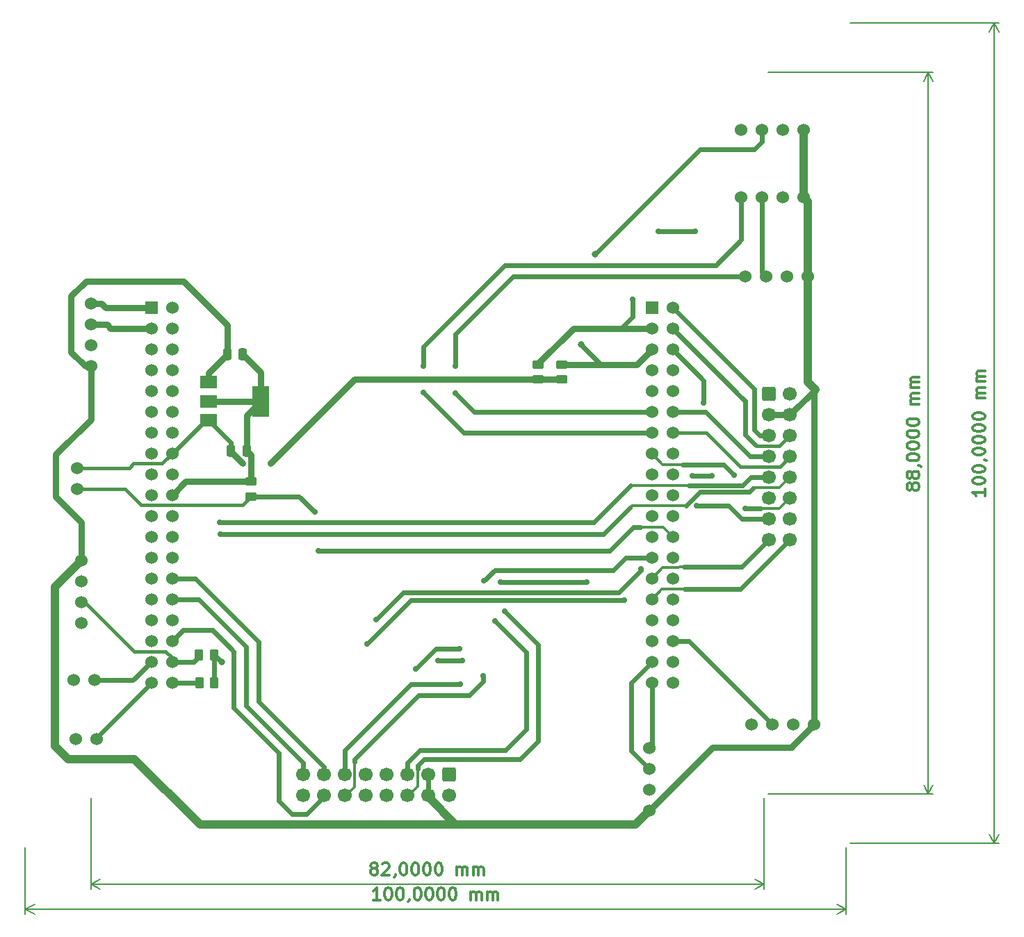
<source format=gbr>
G04 #@! TF.GenerationSoftware,KiCad,Pcbnew,(6.0.1)*
G04 #@! TF.CreationDate,2022-02-06T22:35:07+01:00*
G04 #@! TF.ProjectId,CartePrincipaleR1,43617274-6550-4726-996e-636970616c65,rev?*
G04 #@! TF.SameCoordinates,Original*
G04 #@! TF.FileFunction,Copper,L1,Top*
G04 #@! TF.FilePolarity,Positive*
%FSLAX46Y46*%
G04 Gerber Fmt 4.6, Leading zero omitted, Abs format (unit mm)*
G04 Created by KiCad (PCBNEW (6.0.1)) date 2022-02-06 22:35:07*
%MOMM*%
%LPD*%
G01*
G04 APERTURE LIST*
G04 Aperture macros list*
%AMRoundRect*
0 Rectangle with rounded corners*
0 $1 Rounding radius*
0 $2 $3 $4 $5 $6 $7 $8 $9 X,Y pos of 4 corners*
0 Add a 4 corners polygon primitive as box body*
4,1,4,$2,$3,$4,$5,$6,$7,$8,$9,$2,$3,0*
0 Add four circle primitives for the rounded corners*
1,1,$1+$1,$2,$3*
1,1,$1+$1,$4,$5*
1,1,$1+$1,$6,$7*
1,1,$1+$1,$8,$9*
0 Add four rect primitives between the rounded corners*
20,1,$1+$1,$2,$3,$4,$5,0*
20,1,$1+$1,$4,$5,$6,$7,0*
20,1,$1+$1,$6,$7,$8,$9,0*
20,1,$1+$1,$8,$9,$2,$3,0*%
G04 Aperture macros list end*
%ADD10C,0.300000*%
G04 #@! TA.AperFunction,NonConductor*
%ADD11C,0.300000*%
G04 #@! TD*
G04 #@! TA.AperFunction,NonConductor*
%ADD12C,0.200000*%
G04 #@! TD*
G04 #@! TA.AperFunction,SMDPad,CuDef*
%ADD13RoundRect,0.250000X0.450000X-0.262500X0.450000X0.262500X-0.450000X0.262500X-0.450000X-0.262500X0*%
G04 #@! TD*
G04 #@! TA.AperFunction,ComponentPad*
%ADD14C,1.524000*%
G04 #@! TD*
G04 #@! TA.AperFunction,SMDPad,CuDef*
%ADD15RoundRect,0.250000X-0.250000X-0.475000X0.250000X-0.475000X0.250000X0.475000X-0.250000X0.475000X0*%
G04 #@! TD*
G04 #@! TA.AperFunction,SMDPad,CuDef*
%ADD16R,2.000000X1.500000*%
G04 #@! TD*
G04 #@! TA.AperFunction,SMDPad,CuDef*
%ADD17R,2.000000X3.800000*%
G04 #@! TD*
G04 #@! TA.AperFunction,SMDPad,CuDef*
%ADD18RoundRect,0.250000X0.262500X0.450000X-0.262500X0.450000X-0.262500X-0.450000X0.262500X-0.450000X0*%
G04 #@! TD*
G04 #@! TA.AperFunction,ComponentPad*
%ADD19R,1.530000X1.530000*%
G04 #@! TD*
G04 #@! TA.AperFunction,ComponentPad*
%ADD20C,1.530000*%
G04 #@! TD*
G04 #@! TA.AperFunction,SMDPad,CuDef*
%ADD21RoundRect,0.250000X-0.450000X0.262500X-0.450000X-0.262500X0.450000X-0.262500X0.450000X0.262500X0*%
G04 #@! TD*
G04 #@! TA.AperFunction,ComponentPad*
%ADD22RoundRect,0.250000X-0.600000X0.600000X-0.600000X-0.600000X0.600000X-0.600000X0.600000X0.600000X0*%
G04 #@! TD*
G04 #@! TA.AperFunction,ComponentPad*
%ADD23C,1.700000*%
G04 #@! TD*
G04 #@! TA.AperFunction,ComponentPad*
%ADD24RoundRect,0.250000X-0.600000X-0.600000X0.600000X-0.600000X0.600000X0.600000X-0.600000X0.600000X0*%
G04 #@! TD*
G04 #@! TA.AperFunction,ViaPad*
%ADD25C,0.700000*%
G04 #@! TD*
G04 #@! TA.AperFunction,ViaPad*
%ADD26C,0.800000*%
G04 #@! TD*
G04 #@! TA.AperFunction,Conductor*
%ADD27C,0.600000*%
G04 #@! TD*
G04 #@! TA.AperFunction,Conductor*
%ADD28C,0.400000*%
G04 #@! TD*
G04 #@! TA.AperFunction,Conductor*
%ADD29C,0.800000*%
G04 #@! TD*
G04 #@! TA.AperFunction,Conductor*
%ADD30C,1.000000*%
G04 #@! TD*
G04 #@! TA.AperFunction,Conductor*
%ADD31C,0.300000*%
G04 #@! TD*
G04 APERTURE END LIST*
D10*
D11*
X163021428Y-91642857D02*
X162950000Y-91785714D01*
X162878571Y-91857142D01*
X162735714Y-91928571D01*
X162664285Y-91928571D01*
X162521428Y-91857142D01*
X162450000Y-91785714D01*
X162378571Y-91642857D01*
X162378571Y-91357142D01*
X162450000Y-91214285D01*
X162521428Y-91142857D01*
X162664285Y-91071428D01*
X162735714Y-91071428D01*
X162878571Y-91142857D01*
X162950000Y-91214285D01*
X163021428Y-91357142D01*
X163021428Y-91642857D01*
X163092857Y-91785714D01*
X163164285Y-91857142D01*
X163307142Y-91928571D01*
X163592857Y-91928571D01*
X163735714Y-91857142D01*
X163807142Y-91785714D01*
X163878571Y-91642857D01*
X163878571Y-91357142D01*
X163807142Y-91214285D01*
X163735714Y-91142857D01*
X163592857Y-91071428D01*
X163307142Y-91071428D01*
X163164285Y-91142857D01*
X163092857Y-91214285D01*
X163021428Y-91357142D01*
X163021428Y-90214285D02*
X162950000Y-90357142D01*
X162878571Y-90428571D01*
X162735714Y-90500000D01*
X162664285Y-90500000D01*
X162521428Y-90428571D01*
X162450000Y-90357142D01*
X162378571Y-90214285D01*
X162378571Y-89928571D01*
X162450000Y-89785714D01*
X162521428Y-89714285D01*
X162664285Y-89642857D01*
X162735714Y-89642857D01*
X162878571Y-89714285D01*
X162950000Y-89785714D01*
X163021428Y-89928571D01*
X163021428Y-90214285D01*
X163092857Y-90357142D01*
X163164285Y-90428571D01*
X163307142Y-90500000D01*
X163592857Y-90500000D01*
X163735714Y-90428571D01*
X163807142Y-90357142D01*
X163878571Y-90214285D01*
X163878571Y-89928571D01*
X163807142Y-89785714D01*
X163735714Y-89714285D01*
X163592857Y-89642857D01*
X163307142Y-89642857D01*
X163164285Y-89714285D01*
X163092857Y-89785714D01*
X163021428Y-89928571D01*
X163807142Y-88928571D02*
X163878571Y-88928571D01*
X164021428Y-89000000D01*
X164092857Y-89071428D01*
X162378571Y-88000000D02*
X162378571Y-87857142D01*
X162450000Y-87714285D01*
X162521428Y-87642857D01*
X162664285Y-87571428D01*
X162950000Y-87500000D01*
X163307142Y-87500000D01*
X163592857Y-87571428D01*
X163735714Y-87642857D01*
X163807142Y-87714285D01*
X163878571Y-87857142D01*
X163878571Y-88000000D01*
X163807142Y-88142857D01*
X163735714Y-88214285D01*
X163592857Y-88285714D01*
X163307142Y-88357142D01*
X162950000Y-88357142D01*
X162664285Y-88285714D01*
X162521428Y-88214285D01*
X162450000Y-88142857D01*
X162378571Y-88000000D01*
X162378571Y-86571428D02*
X162378571Y-86428571D01*
X162450000Y-86285714D01*
X162521428Y-86214285D01*
X162664285Y-86142857D01*
X162950000Y-86071428D01*
X163307142Y-86071428D01*
X163592857Y-86142857D01*
X163735714Y-86214285D01*
X163807142Y-86285714D01*
X163878571Y-86428571D01*
X163878571Y-86571428D01*
X163807142Y-86714285D01*
X163735714Y-86785714D01*
X163592857Y-86857142D01*
X163307142Y-86928571D01*
X162950000Y-86928571D01*
X162664285Y-86857142D01*
X162521428Y-86785714D01*
X162450000Y-86714285D01*
X162378571Y-86571428D01*
X162378571Y-85142857D02*
X162378571Y-85000000D01*
X162450000Y-84857142D01*
X162521428Y-84785714D01*
X162664285Y-84714285D01*
X162950000Y-84642857D01*
X163307142Y-84642857D01*
X163592857Y-84714285D01*
X163735714Y-84785714D01*
X163807142Y-84857142D01*
X163878571Y-85000000D01*
X163878571Y-85142857D01*
X163807142Y-85285714D01*
X163735714Y-85357142D01*
X163592857Y-85428571D01*
X163307142Y-85500000D01*
X162950000Y-85500000D01*
X162664285Y-85428571D01*
X162521428Y-85357142D01*
X162450000Y-85285714D01*
X162378571Y-85142857D01*
X162378571Y-83714285D02*
X162378571Y-83571428D01*
X162450000Y-83428571D01*
X162521428Y-83357142D01*
X162664285Y-83285714D01*
X162950000Y-83214285D01*
X163307142Y-83214285D01*
X163592857Y-83285714D01*
X163735714Y-83357142D01*
X163807142Y-83428571D01*
X163878571Y-83571428D01*
X163878571Y-83714285D01*
X163807142Y-83857142D01*
X163735714Y-83928571D01*
X163592857Y-84000000D01*
X163307142Y-84071428D01*
X162950000Y-84071428D01*
X162664285Y-84000000D01*
X162521428Y-83928571D01*
X162450000Y-83857142D01*
X162378571Y-83714285D01*
X163878571Y-81428571D02*
X162878571Y-81428571D01*
X163021428Y-81428571D02*
X162950000Y-81357142D01*
X162878571Y-81214285D01*
X162878571Y-81000000D01*
X162950000Y-80857142D01*
X163092857Y-80785714D01*
X163878571Y-80785714D01*
X163092857Y-80785714D02*
X162950000Y-80714285D01*
X162878571Y-80571428D01*
X162878571Y-80357142D01*
X162950000Y-80214285D01*
X163092857Y-80142857D01*
X163878571Y-80142857D01*
X163878571Y-79428571D02*
X162878571Y-79428571D01*
X163021428Y-79428571D02*
X162950000Y-79357142D01*
X162878571Y-79214285D01*
X162878571Y-79000000D01*
X162950000Y-78857142D01*
X163092857Y-78785714D01*
X163878571Y-78785714D01*
X163092857Y-78785714D02*
X162950000Y-78714285D01*
X162878571Y-78571428D01*
X162878571Y-78357142D01*
X162950000Y-78214285D01*
X163092857Y-78142857D01*
X163878571Y-78142857D01*
D12*
X145500000Y-129000000D02*
X165586420Y-129000000D01*
X145500000Y-41000000D02*
X165586420Y-41000000D01*
X165000000Y-129000000D02*
X165000000Y-41000000D01*
X165000000Y-129000000D02*
X165000000Y-41000000D01*
X165000000Y-129000000D02*
X165586421Y-127873496D01*
X165000000Y-129000000D02*
X164413579Y-127873496D01*
X165000000Y-41000000D02*
X164413579Y-42126504D01*
X165000000Y-41000000D02*
X165586421Y-42126504D01*
D10*
D11*
X171878571Y-91785714D02*
X171878571Y-92642857D01*
X171878571Y-92214285D02*
X170378571Y-92214285D01*
X170592857Y-92357142D01*
X170735714Y-92500000D01*
X170807142Y-92642857D01*
X170378571Y-90857142D02*
X170378571Y-90714285D01*
X170450000Y-90571428D01*
X170521428Y-90500000D01*
X170664285Y-90428571D01*
X170950000Y-90357142D01*
X171307142Y-90357142D01*
X171592857Y-90428571D01*
X171735714Y-90500000D01*
X171807142Y-90571428D01*
X171878571Y-90714285D01*
X171878571Y-90857142D01*
X171807142Y-91000000D01*
X171735714Y-91071428D01*
X171592857Y-91142857D01*
X171307142Y-91214285D01*
X170950000Y-91214285D01*
X170664285Y-91142857D01*
X170521428Y-91071428D01*
X170450000Y-91000000D01*
X170378571Y-90857142D01*
X170378571Y-89428571D02*
X170378571Y-89285714D01*
X170450000Y-89142857D01*
X170521428Y-89071428D01*
X170664285Y-89000000D01*
X170950000Y-88928571D01*
X171307142Y-88928571D01*
X171592857Y-89000000D01*
X171735714Y-89071428D01*
X171807142Y-89142857D01*
X171878571Y-89285714D01*
X171878571Y-89428571D01*
X171807142Y-89571428D01*
X171735714Y-89642857D01*
X171592857Y-89714285D01*
X171307142Y-89785714D01*
X170950000Y-89785714D01*
X170664285Y-89714285D01*
X170521428Y-89642857D01*
X170450000Y-89571428D01*
X170378571Y-89428571D01*
X171807142Y-88214285D02*
X171878571Y-88214285D01*
X172021428Y-88285714D01*
X172092857Y-88357142D01*
X170378571Y-87285714D02*
X170378571Y-87142857D01*
X170450000Y-87000000D01*
X170521428Y-86928571D01*
X170664285Y-86857142D01*
X170950000Y-86785714D01*
X171307142Y-86785714D01*
X171592857Y-86857142D01*
X171735714Y-86928571D01*
X171807142Y-87000000D01*
X171878571Y-87142857D01*
X171878571Y-87285714D01*
X171807142Y-87428571D01*
X171735714Y-87500000D01*
X171592857Y-87571428D01*
X171307142Y-87642857D01*
X170950000Y-87642857D01*
X170664285Y-87571428D01*
X170521428Y-87500000D01*
X170450000Y-87428571D01*
X170378571Y-87285714D01*
X170378571Y-85857142D02*
X170378571Y-85714285D01*
X170450000Y-85571428D01*
X170521428Y-85500000D01*
X170664285Y-85428571D01*
X170950000Y-85357142D01*
X171307142Y-85357142D01*
X171592857Y-85428571D01*
X171735714Y-85500000D01*
X171807142Y-85571428D01*
X171878571Y-85714285D01*
X171878571Y-85857142D01*
X171807142Y-86000000D01*
X171735714Y-86071428D01*
X171592857Y-86142857D01*
X171307142Y-86214285D01*
X170950000Y-86214285D01*
X170664285Y-86142857D01*
X170521428Y-86071428D01*
X170450000Y-86000000D01*
X170378571Y-85857142D01*
X170378571Y-84428571D02*
X170378571Y-84285714D01*
X170450000Y-84142857D01*
X170521428Y-84071428D01*
X170664285Y-84000000D01*
X170950000Y-83928571D01*
X171307142Y-83928571D01*
X171592857Y-84000000D01*
X171735714Y-84071428D01*
X171807142Y-84142857D01*
X171878571Y-84285714D01*
X171878571Y-84428571D01*
X171807142Y-84571428D01*
X171735714Y-84642857D01*
X171592857Y-84714285D01*
X171307142Y-84785714D01*
X170950000Y-84785714D01*
X170664285Y-84714285D01*
X170521428Y-84642857D01*
X170450000Y-84571428D01*
X170378571Y-84428571D01*
X170378571Y-83000000D02*
X170378571Y-82857142D01*
X170450000Y-82714285D01*
X170521428Y-82642857D01*
X170664285Y-82571428D01*
X170950000Y-82500000D01*
X171307142Y-82500000D01*
X171592857Y-82571428D01*
X171735714Y-82642857D01*
X171807142Y-82714285D01*
X171878571Y-82857142D01*
X171878571Y-83000000D01*
X171807142Y-83142857D01*
X171735714Y-83214285D01*
X171592857Y-83285714D01*
X171307142Y-83357142D01*
X170950000Y-83357142D01*
X170664285Y-83285714D01*
X170521428Y-83214285D01*
X170450000Y-83142857D01*
X170378571Y-83000000D01*
X171878571Y-80714285D02*
X170878571Y-80714285D01*
X171021428Y-80714285D02*
X170950000Y-80642857D01*
X170878571Y-80500000D01*
X170878571Y-80285714D01*
X170950000Y-80142857D01*
X171092857Y-80071428D01*
X171878571Y-80071428D01*
X171092857Y-80071428D02*
X170950000Y-80000000D01*
X170878571Y-79857142D01*
X170878571Y-79642857D01*
X170950000Y-79500000D01*
X171092857Y-79428571D01*
X171878571Y-79428571D01*
X171878571Y-78714285D02*
X170878571Y-78714285D01*
X171021428Y-78714285D02*
X170950000Y-78642857D01*
X170878571Y-78500000D01*
X170878571Y-78285714D01*
X170950000Y-78142857D01*
X171092857Y-78071428D01*
X171878571Y-78071428D01*
X171092857Y-78071428D02*
X170950000Y-78000000D01*
X170878571Y-77857142D01*
X170878571Y-77642857D01*
X170950000Y-77500000D01*
X171092857Y-77428571D01*
X171878571Y-77428571D01*
D12*
X155500000Y-135000000D02*
X173586420Y-135000000D01*
X155500000Y-35000000D02*
X173586420Y-35000000D01*
X173000000Y-135000000D02*
X173000000Y-35000000D01*
X173000000Y-135000000D02*
X173000000Y-35000000D01*
X173000000Y-135000000D02*
X173586421Y-133873496D01*
X173000000Y-135000000D02*
X172413579Y-133873496D01*
X173000000Y-35000000D02*
X172413579Y-36126504D01*
X173000000Y-35000000D02*
X173586421Y-36126504D01*
D10*
D11*
X98214285Y-141878571D02*
X97357142Y-141878571D01*
X97785714Y-141878571D02*
X97785714Y-140378571D01*
X97642857Y-140592857D01*
X97500000Y-140735714D01*
X97357142Y-140807142D01*
X99142857Y-140378571D02*
X99285714Y-140378571D01*
X99428571Y-140450000D01*
X99500000Y-140521428D01*
X99571428Y-140664285D01*
X99642857Y-140950000D01*
X99642857Y-141307142D01*
X99571428Y-141592857D01*
X99500000Y-141735714D01*
X99428571Y-141807142D01*
X99285714Y-141878571D01*
X99142857Y-141878571D01*
X99000000Y-141807142D01*
X98928571Y-141735714D01*
X98857142Y-141592857D01*
X98785714Y-141307142D01*
X98785714Y-140950000D01*
X98857142Y-140664285D01*
X98928571Y-140521428D01*
X99000000Y-140450000D01*
X99142857Y-140378571D01*
X100571428Y-140378571D02*
X100714285Y-140378571D01*
X100857142Y-140450000D01*
X100928571Y-140521428D01*
X101000000Y-140664285D01*
X101071428Y-140950000D01*
X101071428Y-141307142D01*
X101000000Y-141592857D01*
X100928571Y-141735714D01*
X100857142Y-141807142D01*
X100714285Y-141878571D01*
X100571428Y-141878571D01*
X100428571Y-141807142D01*
X100357142Y-141735714D01*
X100285714Y-141592857D01*
X100214285Y-141307142D01*
X100214285Y-140950000D01*
X100285714Y-140664285D01*
X100357142Y-140521428D01*
X100428571Y-140450000D01*
X100571428Y-140378571D01*
X101785714Y-141807142D02*
X101785714Y-141878571D01*
X101714285Y-142021428D01*
X101642857Y-142092857D01*
X102714285Y-140378571D02*
X102857142Y-140378571D01*
X103000000Y-140450000D01*
X103071428Y-140521428D01*
X103142857Y-140664285D01*
X103214285Y-140950000D01*
X103214285Y-141307142D01*
X103142857Y-141592857D01*
X103071428Y-141735714D01*
X103000000Y-141807142D01*
X102857142Y-141878571D01*
X102714285Y-141878571D01*
X102571428Y-141807142D01*
X102500000Y-141735714D01*
X102428571Y-141592857D01*
X102357142Y-141307142D01*
X102357142Y-140950000D01*
X102428571Y-140664285D01*
X102500000Y-140521428D01*
X102571428Y-140450000D01*
X102714285Y-140378571D01*
X104142857Y-140378571D02*
X104285714Y-140378571D01*
X104428571Y-140450000D01*
X104500000Y-140521428D01*
X104571428Y-140664285D01*
X104642857Y-140950000D01*
X104642857Y-141307142D01*
X104571428Y-141592857D01*
X104500000Y-141735714D01*
X104428571Y-141807142D01*
X104285714Y-141878571D01*
X104142857Y-141878571D01*
X104000000Y-141807142D01*
X103928571Y-141735714D01*
X103857142Y-141592857D01*
X103785714Y-141307142D01*
X103785714Y-140950000D01*
X103857142Y-140664285D01*
X103928571Y-140521428D01*
X104000000Y-140450000D01*
X104142857Y-140378571D01*
X105571428Y-140378571D02*
X105714285Y-140378571D01*
X105857142Y-140450000D01*
X105928571Y-140521428D01*
X106000000Y-140664285D01*
X106071428Y-140950000D01*
X106071428Y-141307142D01*
X106000000Y-141592857D01*
X105928571Y-141735714D01*
X105857142Y-141807142D01*
X105714285Y-141878571D01*
X105571428Y-141878571D01*
X105428571Y-141807142D01*
X105357142Y-141735714D01*
X105285714Y-141592857D01*
X105214285Y-141307142D01*
X105214285Y-140950000D01*
X105285714Y-140664285D01*
X105357142Y-140521428D01*
X105428571Y-140450000D01*
X105571428Y-140378571D01*
X107000000Y-140378571D02*
X107142857Y-140378571D01*
X107285714Y-140450000D01*
X107357142Y-140521428D01*
X107428571Y-140664285D01*
X107500000Y-140950000D01*
X107500000Y-141307142D01*
X107428571Y-141592857D01*
X107357142Y-141735714D01*
X107285714Y-141807142D01*
X107142857Y-141878571D01*
X107000000Y-141878571D01*
X106857142Y-141807142D01*
X106785714Y-141735714D01*
X106714285Y-141592857D01*
X106642857Y-141307142D01*
X106642857Y-140950000D01*
X106714285Y-140664285D01*
X106785714Y-140521428D01*
X106857142Y-140450000D01*
X107000000Y-140378571D01*
X109285714Y-141878571D02*
X109285714Y-140878571D01*
X109285714Y-141021428D02*
X109357142Y-140950000D01*
X109500000Y-140878571D01*
X109714285Y-140878571D01*
X109857142Y-140950000D01*
X109928571Y-141092857D01*
X109928571Y-141878571D01*
X109928571Y-141092857D02*
X110000000Y-140950000D01*
X110142857Y-140878571D01*
X110357142Y-140878571D01*
X110500000Y-140950000D01*
X110571428Y-141092857D01*
X110571428Y-141878571D01*
X111285714Y-141878571D02*
X111285714Y-140878571D01*
X111285714Y-141021428D02*
X111357142Y-140950000D01*
X111500000Y-140878571D01*
X111714285Y-140878571D01*
X111857142Y-140950000D01*
X111928571Y-141092857D01*
X111928571Y-141878571D01*
X111928571Y-141092857D02*
X112000000Y-140950000D01*
X112142857Y-140878571D01*
X112357142Y-140878571D01*
X112500000Y-140950000D01*
X112571428Y-141092857D01*
X112571428Y-141878571D01*
D12*
X155000000Y-135500000D02*
X155000000Y-143586420D01*
X55000000Y-135500000D02*
X55000000Y-143586420D01*
X155000000Y-143000000D02*
X55000000Y-143000000D01*
X155000000Y-143000000D02*
X55000000Y-143000000D01*
X155000000Y-143000000D02*
X153873496Y-142413579D01*
X155000000Y-143000000D02*
X153873496Y-143586421D01*
X55000000Y-143000000D02*
X56126504Y-143586421D01*
X55000000Y-143000000D02*
X56126504Y-142413579D01*
D10*
D11*
X97357142Y-138021428D02*
X97214285Y-137950000D01*
X97142857Y-137878571D01*
X97071428Y-137735714D01*
X97071428Y-137664285D01*
X97142857Y-137521428D01*
X97214285Y-137450000D01*
X97357142Y-137378571D01*
X97642857Y-137378571D01*
X97785714Y-137450000D01*
X97857142Y-137521428D01*
X97928571Y-137664285D01*
X97928571Y-137735714D01*
X97857142Y-137878571D01*
X97785714Y-137950000D01*
X97642857Y-138021428D01*
X97357142Y-138021428D01*
X97214285Y-138092857D01*
X97142857Y-138164285D01*
X97071428Y-138307142D01*
X97071428Y-138592857D01*
X97142857Y-138735714D01*
X97214285Y-138807142D01*
X97357142Y-138878571D01*
X97642857Y-138878571D01*
X97785714Y-138807142D01*
X97857142Y-138735714D01*
X97928571Y-138592857D01*
X97928571Y-138307142D01*
X97857142Y-138164285D01*
X97785714Y-138092857D01*
X97642857Y-138021428D01*
X98500000Y-137521428D02*
X98571428Y-137450000D01*
X98714285Y-137378571D01*
X99071428Y-137378571D01*
X99214285Y-137450000D01*
X99285714Y-137521428D01*
X99357142Y-137664285D01*
X99357142Y-137807142D01*
X99285714Y-138021428D01*
X98428571Y-138878571D01*
X99357142Y-138878571D01*
X100071428Y-138807142D02*
X100071428Y-138878571D01*
X100000000Y-139021428D01*
X99928571Y-139092857D01*
X101000000Y-137378571D02*
X101142857Y-137378571D01*
X101285714Y-137450000D01*
X101357142Y-137521428D01*
X101428571Y-137664285D01*
X101500000Y-137950000D01*
X101500000Y-138307142D01*
X101428571Y-138592857D01*
X101357142Y-138735714D01*
X101285714Y-138807142D01*
X101142857Y-138878571D01*
X101000000Y-138878571D01*
X100857142Y-138807142D01*
X100785714Y-138735714D01*
X100714285Y-138592857D01*
X100642857Y-138307142D01*
X100642857Y-137950000D01*
X100714285Y-137664285D01*
X100785714Y-137521428D01*
X100857142Y-137450000D01*
X101000000Y-137378571D01*
X102428571Y-137378571D02*
X102571428Y-137378571D01*
X102714285Y-137450000D01*
X102785714Y-137521428D01*
X102857142Y-137664285D01*
X102928571Y-137950000D01*
X102928571Y-138307142D01*
X102857142Y-138592857D01*
X102785714Y-138735714D01*
X102714285Y-138807142D01*
X102571428Y-138878571D01*
X102428571Y-138878571D01*
X102285714Y-138807142D01*
X102214285Y-138735714D01*
X102142857Y-138592857D01*
X102071428Y-138307142D01*
X102071428Y-137950000D01*
X102142857Y-137664285D01*
X102214285Y-137521428D01*
X102285714Y-137450000D01*
X102428571Y-137378571D01*
X103857142Y-137378571D02*
X104000000Y-137378571D01*
X104142857Y-137450000D01*
X104214285Y-137521428D01*
X104285714Y-137664285D01*
X104357142Y-137950000D01*
X104357142Y-138307142D01*
X104285714Y-138592857D01*
X104214285Y-138735714D01*
X104142857Y-138807142D01*
X104000000Y-138878571D01*
X103857142Y-138878571D01*
X103714285Y-138807142D01*
X103642857Y-138735714D01*
X103571428Y-138592857D01*
X103500000Y-138307142D01*
X103500000Y-137950000D01*
X103571428Y-137664285D01*
X103642857Y-137521428D01*
X103714285Y-137450000D01*
X103857142Y-137378571D01*
X105285714Y-137378571D02*
X105428571Y-137378571D01*
X105571428Y-137450000D01*
X105642857Y-137521428D01*
X105714285Y-137664285D01*
X105785714Y-137950000D01*
X105785714Y-138307142D01*
X105714285Y-138592857D01*
X105642857Y-138735714D01*
X105571428Y-138807142D01*
X105428571Y-138878571D01*
X105285714Y-138878571D01*
X105142857Y-138807142D01*
X105071428Y-138735714D01*
X105000000Y-138592857D01*
X104928571Y-138307142D01*
X104928571Y-137950000D01*
X105000000Y-137664285D01*
X105071428Y-137521428D01*
X105142857Y-137450000D01*
X105285714Y-137378571D01*
X107571428Y-138878571D02*
X107571428Y-137878571D01*
X107571428Y-138021428D02*
X107642857Y-137950000D01*
X107785714Y-137878571D01*
X108000000Y-137878571D01*
X108142857Y-137950000D01*
X108214285Y-138092857D01*
X108214285Y-138878571D01*
X108214285Y-138092857D02*
X108285714Y-137950000D01*
X108428571Y-137878571D01*
X108642857Y-137878571D01*
X108785714Y-137950000D01*
X108857142Y-138092857D01*
X108857142Y-138878571D01*
X109571428Y-138878571D02*
X109571428Y-137878571D01*
X109571428Y-138021428D02*
X109642857Y-137950000D01*
X109785714Y-137878571D01*
X110000000Y-137878571D01*
X110142857Y-137950000D01*
X110214285Y-138092857D01*
X110214285Y-138878571D01*
X110214285Y-138092857D02*
X110285714Y-137950000D01*
X110428571Y-137878571D01*
X110642857Y-137878571D01*
X110785714Y-137950000D01*
X110857142Y-138092857D01*
X110857142Y-138878571D01*
D12*
X145000000Y-129500000D02*
X145000000Y-140586420D01*
X63000000Y-129500000D02*
X63000000Y-140586420D01*
X145000000Y-140000000D02*
X63000000Y-140000000D01*
X145000000Y-140000000D02*
X63000000Y-140000000D01*
X145000000Y-140000000D02*
X143873496Y-139413579D01*
X145000000Y-140000000D02*
X143873496Y-140586421D01*
X63000000Y-140000000D02*
X64126504Y-140586421D01*
X63000000Y-140000000D02*
X64126504Y-139413579D01*
D13*
X120300000Y-78425000D03*
X120300000Y-76600000D03*
D14*
X151110000Y-120500000D03*
X148570000Y-120500000D03*
X146030000Y-120500000D03*
X143490000Y-120500000D03*
D15*
X79600000Y-75400000D03*
X81500000Y-75400000D03*
D14*
X142190000Y-56200000D03*
X144730000Y-56200000D03*
X147270000Y-56200000D03*
X149810000Y-56200000D03*
X149810000Y-48000000D03*
X147270000Y-48000000D03*
X144730000Y-48000000D03*
X142190000Y-48000000D03*
D16*
X77350000Y-78800000D03*
X77350000Y-81100000D03*
D17*
X83650000Y-81100000D03*
D16*
X77350000Y-83400000D03*
D14*
X63000000Y-76810000D03*
X63000000Y-74270000D03*
X63000000Y-71730000D03*
X63000000Y-69190000D03*
X142700000Y-65900000D03*
X145240000Y-65900000D03*
X147780000Y-65900000D03*
X150320000Y-65900000D03*
D15*
X80050000Y-87100000D03*
X81950000Y-87100000D03*
D18*
X78012500Y-115400000D03*
X76187500Y-115400000D03*
D19*
X70350000Y-69690000D03*
D20*
X72890000Y-69690000D03*
X70350000Y-72230000D03*
X72890000Y-72230000D03*
X70350000Y-74770000D03*
X72890000Y-74770000D03*
X70350000Y-77310000D03*
X72890000Y-77310000D03*
X70350000Y-79850000D03*
X72890000Y-79850000D03*
X70350000Y-82390000D03*
X72890000Y-82390000D03*
X70350000Y-84930000D03*
X72890000Y-84930000D03*
X70350000Y-87470000D03*
X72890000Y-87470000D03*
X70350000Y-90010000D03*
X72890000Y-90010000D03*
X70350000Y-92550000D03*
X72890000Y-92550000D03*
X70350000Y-95090000D03*
X72890000Y-95090000D03*
X70350000Y-97630000D03*
X72890000Y-97630000D03*
X70350000Y-100170000D03*
X72890000Y-100170000D03*
X70350000Y-102710000D03*
X72890000Y-102710000D03*
X70350000Y-105250000D03*
X72890000Y-105250000D03*
X70350000Y-107790000D03*
X72890000Y-107790000D03*
X70350000Y-110330000D03*
X72890000Y-110330000D03*
X70350000Y-112870000D03*
X72890000Y-112870000D03*
X70350000Y-115410000D03*
X72890000Y-115410000D03*
D19*
X131310000Y-69690000D03*
D20*
X133850000Y-69690000D03*
X131310000Y-72230000D03*
X133850000Y-72230000D03*
X131310000Y-74770000D03*
X133850000Y-74770000D03*
X131310000Y-77310000D03*
X133850000Y-77310000D03*
X131310000Y-79850000D03*
X133850000Y-79850000D03*
X131310000Y-82390000D03*
X133850000Y-82390000D03*
X131310000Y-84930000D03*
X133850000Y-84930000D03*
X131310000Y-87470000D03*
X133850000Y-87470000D03*
X131310000Y-90010000D03*
X133850000Y-90010000D03*
X131310000Y-92550000D03*
X133850000Y-92550000D03*
X131310000Y-95090000D03*
X133850000Y-95090000D03*
X131310000Y-97630000D03*
X133850000Y-97630000D03*
X131310000Y-100170000D03*
X133850000Y-100170000D03*
X131310000Y-102710000D03*
X133850000Y-102710000D03*
X131310000Y-105250000D03*
X133850000Y-105250000D03*
X131310000Y-107790000D03*
X133850000Y-107790000D03*
X131310000Y-110330000D03*
X133850000Y-110330000D03*
X131310000Y-112870000D03*
X133850000Y-112870000D03*
X131310000Y-115410000D03*
X133850000Y-115410000D03*
D14*
X61300000Y-89230000D03*
X61300000Y-91770000D03*
X131000000Y-131010000D03*
X131000000Y-128470000D03*
X131000000Y-125930000D03*
X131000000Y-123390000D03*
X63470000Y-115100000D03*
X60930000Y-115100000D03*
D21*
X82500000Y-90887500D03*
X82500000Y-92712500D03*
D22*
X106600000Y-126600000D03*
D23*
X106600000Y-129140000D03*
X104060000Y-126600000D03*
X104060000Y-129140000D03*
X101520000Y-126600000D03*
X101520000Y-129140000D03*
X98980000Y-126600000D03*
X98980000Y-129140000D03*
X96440000Y-126600000D03*
X96440000Y-129140000D03*
X93900000Y-126600000D03*
X93900000Y-129140000D03*
X91360000Y-126600000D03*
X91360000Y-129140000D03*
X88820000Y-126600000D03*
X88820000Y-129140000D03*
D24*
X145600000Y-80200000D03*
D23*
X148140000Y-80200000D03*
X145600000Y-82740000D03*
X148140000Y-82740000D03*
X145600000Y-85280000D03*
X148140000Y-85280000D03*
X145600000Y-87820000D03*
X148140000Y-87820000D03*
X145600000Y-90360000D03*
X148140000Y-90360000D03*
X145600000Y-92900000D03*
X148140000Y-92900000D03*
X145600000Y-95440000D03*
X148140000Y-95440000D03*
X145600000Y-97980000D03*
X148140000Y-97980000D03*
D13*
X117500000Y-78425000D03*
X117500000Y-76600000D03*
D14*
X61832000Y-100490000D03*
X61832000Y-103030000D03*
X61832000Y-105570000D03*
X61832000Y-108110000D03*
X63670000Y-122300000D03*
X61130000Y-122300000D03*
D18*
X78000000Y-112000000D03*
X76175000Y-112000000D03*
D25*
X80200000Y-81100000D03*
X84850000Y-88650000D03*
X81450000Y-88650000D03*
D26*
X78900000Y-112900000D03*
D25*
X137650000Y-81300000D03*
X78650000Y-95850000D03*
X78750000Y-97300000D03*
X142700000Y-94200000D03*
X138650000Y-90150000D03*
X136300000Y-90150000D03*
X136800000Y-93800000D03*
X141350000Y-90100000D03*
X110900000Y-103000000D03*
X112200000Y-107900000D03*
X123400000Y-103100000D03*
X112900000Y-103100000D03*
X113400000Y-106700000D03*
X108200000Y-112700000D03*
X105300000Y-112700000D03*
X107900000Y-111300000D03*
X102600000Y-113700000D03*
X96600000Y-110700000D03*
X128000000Y-105350000D03*
X97700000Y-107700000D03*
X130000000Y-101500000D03*
X110750000Y-114600000D03*
X108000000Y-115600000D03*
X107400000Y-76800000D03*
X107400000Y-80100000D03*
X136600000Y-60400000D03*
X132100000Y-60400000D03*
X90250000Y-94600000D03*
X90700000Y-99350000D03*
X103500000Y-76800000D03*
X103500000Y-80000000D03*
D26*
X122700000Y-74200000D03*
X124400000Y-63200000D03*
D25*
X129000000Y-68700000D03*
D27*
X93900000Y-123650000D02*
X93900000Y-126800000D01*
X101950000Y-115600000D02*
X93900000Y-123650000D01*
X108000000Y-115600000D02*
X101950000Y-115600000D01*
X112900000Y-103100000D02*
X112800000Y-103100000D01*
X123400000Y-103100000D02*
X112900000Y-103100000D01*
D28*
X146849511Y-86570489D02*
X148140000Y-85280000D01*
X144070489Y-86570489D02*
X146849511Y-86570489D01*
X143900000Y-86400000D02*
X144070489Y-86570489D01*
X142830489Y-89069511D02*
X146890489Y-89069511D01*
X146890489Y-89069511D02*
X148140000Y-87820000D01*
X142800000Y-89100000D02*
X142830489Y-89069511D01*
X137930000Y-84930000D02*
X133850000Y-84930000D01*
X142100000Y-89100000D02*
X137930000Y-84930000D01*
X142800000Y-89100000D02*
X142100000Y-89100000D01*
D29*
X121770000Y-72230000D02*
X127370000Y-72230000D01*
X117500000Y-76500000D02*
X121770000Y-72230000D01*
X117500000Y-76600000D02*
X117500000Y-76500000D01*
D30*
X131000000Y-131010000D02*
X129310000Y-132700000D01*
X150320000Y-56710000D02*
X149810000Y-56200000D01*
X149810000Y-48000000D02*
X149810000Y-56200000D01*
D29*
X61832000Y-95832000D02*
X58700000Y-92700000D01*
D30*
X151210000Y-79670000D02*
X150320000Y-78780000D01*
D29*
X58700000Y-87600000D02*
X63000000Y-83300000D01*
X148400000Y-123210000D02*
X151110000Y-120500000D01*
D30*
X108000000Y-132700000D02*
X76300000Y-132700000D01*
X150320000Y-78780000D02*
X150320000Y-65900000D01*
X58600000Y-103722000D02*
X61832000Y-100490000D01*
X108000000Y-132700000D02*
X107420000Y-132700000D01*
D29*
X148140000Y-82740000D02*
X145600000Y-82740000D01*
X131000000Y-131010000D02*
X138710000Y-123300000D01*
X74300000Y-66500000D02*
X79600000Y-71800000D01*
D30*
X150320000Y-65900000D02*
X150320000Y-56710000D01*
D29*
X62310000Y-76810000D02*
X60600000Y-75100000D01*
X60600000Y-75100000D02*
X60600000Y-68300000D01*
X151210000Y-79670000D02*
X151110000Y-79770000D01*
D30*
X76300000Y-132700000D02*
X75950000Y-132350000D01*
D29*
X61832000Y-100490000D02*
X61832000Y-95832000D01*
D30*
X60200000Y-124700000D02*
X58600000Y-123100000D01*
D29*
X58700000Y-92700000D02*
X58700000Y-87600000D01*
X79600000Y-71800000D02*
X79600000Y-75400000D01*
X62400000Y-66500000D02*
X74300000Y-66500000D01*
X60600000Y-68300000D02*
X62400000Y-66500000D01*
D30*
X75950000Y-132350000D02*
X68300000Y-124700000D01*
X129310000Y-132700000D02*
X108000000Y-132700000D01*
D29*
X151210000Y-79670000D02*
X148140000Y-82740000D01*
X63000000Y-76810000D02*
X62310000Y-76810000D01*
D27*
X104060000Y-129340000D02*
X104060000Y-126800000D01*
D30*
X107420000Y-132700000D02*
X104060000Y-129340000D01*
D29*
X77350000Y-77650000D02*
X79600000Y-75400000D01*
X63000000Y-83300000D02*
X63000000Y-76810000D01*
D30*
X68300000Y-124700000D02*
X60200000Y-124700000D01*
D29*
X151110000Y-79770000D02*
X151110000Y-120500000D01*
X77350000Y-78800000D02*
X77350000Y-77650000D01*
X59011000Y-103311000D02*
X61832000Y-100490000D01*
D30*
X58600000Y-103722000D02*
X59011000Y-103311000D01*
X58600000Y-113500000D02*
X58600000Y-103722000D01*
D29*
X148400000Y-123300000D02*
X148400000Y-123210000D01*
D30*
X58600000Y-123100000D02*
X58600000Y-113500000D01*
D29*
X138710000Y-123300000D02*
X148400000Y-123300000D01*
X82500000Y-90887500D02*
X74552500Y-90887500D01*
X82500000Y-90887500D02*
X82500000Y-87650000D01*
X81950000Y-82800000D02*
X83650000Y-81100000D01*
X81950000Y-87100000D02*
X81950000Y-82800000D01*
X80200000Y-81100000D02*
X77350000Y-81100000D01*
X82500000Y-87650000D02*
X81950000Y-87100000D01*
X74552500Y-90887500D02*
X72890000Y-92550000D01*
X83650000Y-81100000D02*
X83650000Y-80950000D01*
X83650000Y-77550000D02*
X81500000Y-75400000D01*
X83650000Y-81100000D02*
X80200000Y-81100000D01*
X83650000Y-80950000D02*
X83650000Y-77550000D01*
D27*
X80050000Y-86100000D02*
X80050000Y-87100000D01*
D29*
X81450000Y-88650000D02*
X80050000Y-87250000D01*
D28*
X71660000Y-88700000D02*
X68200000Y-88700000D01*
X68200000Y-88700000D02*
X67670000Y-89230000D01*
D27*
X78012500Y-112012500D02*
X78000000Y-112000000D01*
X78000000Y-112000000D02*
X78900000Y-112900000D01*
D28*
X72890000Y-87470000D02*
X71660000Y-88700000D01*
D29*
X80050000Y-87250000D02*
X80050000Y-87100000D01*
D27*
X76960000Y-83400000D02*
X77350000Y-83400000D01*
D29*
X120300000Y-78425000D02*
X117500000Y-78425000D01*
D27*
X77350000Y-83400000D02*
X80050000Y-86100000D01*
X72890000Y-87470000D02*
X76960000Y-83400000D01*
D29*
X95075000Y-78425000D02*
X84850000Y-88650000D01*
D27*
X78012500Y-115400000D02*
X78012500Y-112012500D01*
D29*
X117500000Y-78425000D02*
X95175000Y-78425000D01*
D28*
X117587500Y-78337500D02*
X117500000Y-78425000D01*
X67670000Y-89230000D02*
X61300000Y-89230000D01*
D29*
X95175000Y-78425000D02*
X95075000Y-78425000D01*
D27*
X63670000Y-122090000D02*
X63670000Y-122300000D01*
X70350000Y-115410000D02*
X63670000Y-122090000D01*
X70350000Y-112870000D02*
X68120000Y-115100000D01*
X68120000Y-115100000D02*
X63470000Y-115100000D01*
D28*
X68300000Y-111600000D02*
X62270000Y-105570000D01*
X72890000Y-112870000D02*
X72890000Y-112390000D01*
X72100000Y-111600000D02*
X68300000Y-111600000D01*
D27*
X76175000Y-112225000D02*
X76175000Y-112000000D01*
D28*
X72890000Y-112390000D02*
X72100000Y-111600000D01*
D27*
X75530000Y-112870000D02*
X76175000Y-112225000D01*
X75530000Y-112870000D02*
X72890000Y-112870000D01*
X73020000Y-113000000D02*
X72890000Y-112870000D01*
D28*
X62270000Y-105570000D02*
X61832000Y-105570000D01*
D27*
X72900000Y-115400000D02*
X72890000Y-115410000D01*
X76187500Y-115400000D02*
X72900000Y-115400000D01*
X131000000Y-125930000D02*
X128800000Y-123730000D01*
X128800000Y-115380000D02*
X131310000Y-112870000D01*
X128800000Y-123730000D02*
X128800000Y-115380000D01*
X131310000Y-115410000D02*
X131310000Y-123080000D01*
X131310000Y-123080000D02*
X131000000Y-123390000D01*
X135860000Y-110330000D02*
X133850000Y-110330000D01*
X146030000Y-120500000D02*
X135860000Y-110330000D01*
X133850000Y-74770000D02*
X137650000Y-78570000D01*
X137650000Y-78570000D02*
X137650000Y-81300000D01*
X143800000Y-79640000D02*
X133850000Y-69690000D01*
X143800000Y-84600000D02*
X143800000Y-79640000D01*
X144480000Y-85280000D02*
X143800000Y-84600000D01*
X145600000Y-85280000D02*
X144480000Y-85280000D01*
X133850000Y-72230000D02*
X142220000Y-80600000D01*
X142700000Y-81080000D02*
X142700000Y-84500000D01*
X142700000Y-84500000D02*
X142700000Y-85200000D01*
X142220000Y-80600000D02*
X142700000Y-81080000D01*
X143700000Y-86200000D02*
X143900000Y-86400000D01*
X142700000Y-85200000D02*
X143700000Y-86200000D01*
X145600000Y-87820000D02*
X143270000Y-87820000D01*
X143270000Y-87820000D02*
X137840000Y-82390000D01*
X137840000Y-82390000D02*
X133850000Y-82390000D01*
D31*
X142860489Y-89160489D02*
X142800000Y-89100000D01*
X128700000Y-91350000D02*
X135800000Y-91350000D01*
D27*
X143340000Y-90360000D02*
X142350000Y-91350000D01*
X142350000Y-91350000D02*
X135800000Y-91350000D01*
X124200000Y-95850000D02*
X128700000Y-91350000D01*
X78650000Y-95850000D02*
X124200000Y-95850000D01*
X145600000Y-90360000D02*
X143340000Y-90360000D01*
D31*
X146850000Y-91650000D02*
X143700000Y-91650000D01*
X128900000Y-93800000D02*
X131350000Y-93800000D01*
D27*
X143200000Y-92150000D02*
X143650000Y-91700000D01*
X78750000Y-97300000D02*
X125400000Y-97300000D01*
D31*
X131350000Y-93800000D02*
X135500000Y-93800000D01*
X143700000Y-91650000D02*
X143650000Y-91700000D01*
D27*
X125400000Y-97300000D02*
X128650000Y-94050000D01*
D31*
X148140000Y-90360000D02*
X146850000Y-91650000D01*
D27*
X137150000Y-92150000D02*
X142900000Y-92150000D01*
X135500000Y-93800000D02*
X137150000Y-92150000D01*
X142900000Y-92150000D02*
X143200000Y-92150000D01*
D31*
X128650000Y-94050000D02*
X128900000Y-93800000D01*
X144550000Y-94200000D02*
X146840000Y-94200000D01*
D27*
X136300000Y-90150000D02*
X138650000Y-90150000D01*
X142700000Y-94200000D02*
X144550000Y-94200000D01*
D31*
X146840000Y-94200000D02*
X148140000Y-92900000D01*
X132620000Y-101400000D02*
X131310000Y-102710000D01*
X134700000Y-101300000D02*
X134600000Y-101400000D01*
D27*
X142280000Y-101300000D02*
X135200000Y-101300000D01*
X145600000Y-97980000D02*
X142280000Y-101300000D01*
D31*
X135200000Y-101300000D02*
X134700000Y-101300000D01*
X134600000Y-101400000D02*
X132620000Y-101400000D01*
X135300000Y-104000000D02*
X132560000Y-104000000D01*
D27*
X148140000Y-97980000D02*
X142120000Y-104000000D01*
X142120000Y-104000000D02*
X135300000Y-104000000D01*
D31*
X132560000Y-104000000D02*
X131310000Y-105250000D01*
D27*
X142290000Y-95440000D02*
X145600000Y-95440000D01*
X140650000Y-93800000D02*
X142290000Y-95440000D01*
X136800000Y-93800000D02*
X140650000Y-93800000D01*
D31*
X131310000Y-87470000D02*
X132640000Y-88800000D01*
X132640000Y-88800000D02*
X135100000Y-88800000D01*
D27*
X135100000Y-88800000D02*
X140050000Y-88800000D01*
X140050000Y-88800000D02*
X141350000Y-90100000D01*
X116000000Y-111700000D02*
X116000000Y-121100000D01*
X103100000Y-123600000D02*
X101520000Y-125180000D01*
X112200000Y-107900000D02*
X116000000Y-111700000D01*
X112200000Y-101700000D02*
X110900000Y-103000000D01*
X127600000Y-100700000D02*
X126600000Y-101700000D01*
X126600000Y-101700000D02*
X112600000Y-101700000D01*
X128130000Y-100170000D02*
X127600000Y-100700000D01*
X113500000Y-123600000D02*
X103100000Y-123600000D01*
X112600000Y-101700000D02*
X112200000Y-101700000D01*
X116000000Y-121100000D02*
X113500000Y-123600000D01*
X131310000Y-100170000D02*
X128130000Y-100170000D01*
X101520000Y-125180000D02*
X101520000Y-126800000D01*
X115300000Y-124700000D02*
X103600000Y-124700000D01*
D31*
X101520000Y-129340000D02*
X102800000Y-128060000D01*
D27*
X117500000Y-110800000D02*
X117500000Y-122500000D01*
X102800000Y-125900000D02*
X102800000Y-125500000D01*
X117500000Y-122500000D02*
X115300000Y-124700000D01*
D31*
X102800000Y-128060000D02*
X102800000Y-125900000D01*
D27*
X113400000Y-106700000D02*
X117500000Y-110800000D01*
X102800000Y-125500000D02*
X103600000Y-124700000D01*
X108200000Y-112700000D02*
X105300000Y-112700000D01*
X107900000Y-111300000D02*
X105000000Y-111300000D01*
X105000000Y-111300000D02*
X102600000Y-113700000D01*
X128000000Y-105350000D02*
X101950000Y-105350000D01*
X101950000Y-105350000D02*
X96600000Y-110700000D01*
X127300000Y-104400000D02*
X101000000Y-104400000D01*
X130000000Y-101700000D02*
X127300000Y-104400000D01*
X130000000Y-101500000D02*
X130000000Y-101700000D01*
X101000000Y-104400000D02*
X97700000Y-107700000D01*
X109091539Y-116950000D02*
X110750000Y-115291539D01*
D31*
X95100000Y-128140000D02*
X93900000Y-129340000D01*
D27*
X110750000Y-114600000D02*
X110750000Y-115291539D01*
D31*
X95100000Y-125100000D02*
X95100000Y-128140000D01*
D27*
X95100000Y-124750000D02*
X95100000Y-125100000D01*
X102900000Y-116950000D02*
X95100000Y-124750000D01*
X109091539Y-116950000D02*
X102900000Y-116950000D01*
X91360000Y-125660000D02*
X91360000Y-126800000D01*
X83400000Y-110400000D02*
X83400000Y-117700000D01*
X75710000Y-102710000D02*
X83400000Y-110400000D01*
X72890000Y-102710000D02*
X75710000Y-102710000D01*
X83400000Y-117700000D02*
X91360000Y-125660000D01*
X88820000Y-126800000D02*
X88820000Y-125120000D01*
X81900000Y-111000000D02*
X76150000Y-105250000D01*
X76150000Y-105250000D02*
X72890000Y-105250000D01*
X88820000Y-125120000D02*
X81900000Y-118200000D01*
X81900000Y-118200000D02*
X81900000Y-111000000D01*
X91360000Y-129340000D02*
X89300000Y-131400000D01*
X80400000Y-111600000D02*
X77800000Y-109000000D01*
X89300000Y-131400000D02*
X87500000Y-131400000D01*
X74220000Y-109000000D02*
X72890000Y-110330000D01*
X85900000Y-124000000D02*
X80400000Y-118500000D01*
X85900000Y-129800000D02*
X85900000Y-124000000D01*
X80400000Y-114500000D02*
X80400000Y-111600000D01*
X77800000Y-109000000D02*
X74220000Y-109000000D01*
X87500000Y-131400000D02*
X85900000Y-129800000D01*
X80400000Y-118500000D02*
X80400000Y-114500000D01*
X107400000Y-80100000D02*
X109690000Y-82390000D01*
X114400000Y-65900000D02*
X142700000Y-65900000D01*
X109690000Y-82390000D02*
X131310000Y-82390000D01*
X107400000Y-72900000D02*
X114400000Y-65900000D01*
X107400000Y-76800000D02*
X107400000Y-72900000D01*
X144730000Y-65390000D02*
X145240000Y-65900000D01*
X132100000Y-60400000D02*
X136600000Y-60400000D01*
X144730000Y-56200000D02*
X144730000Y-65390000D01*
X90700000Y-99350000D02*
X126200000Y-99350000D01*
D28*
X69114511Y-93714511D02*
X81497989Y-93714511D01*
D27*
X88362500Y-92712500D02*
X90250000Y-94600000D01*
X129100000Y-96450000D02*
X129950000Y-96450000D01*
D28*
X81497989Y-93714511D02*
X82500000Y-92712500D01*
D27*
X82500000Y-92712500D02*
X88362500Y-92712500D01*
D28*
X61300000Y-91770000D02*
X67170000Y-91770000D01*
X67170000Y-91770000D02*
X69114511Y-93714511D01*
D31*
X132670000Y-96450000D02*
X133850000Y-97630000D01*
D27*
X126200000Y-99350000D02*
X129100000Y-96450000D01*
D31*
X129950000Y-96450000D02*
X132670000Y-96450000D01*
D29*
X70350000Y-72230000D02*
X65430000Y-72230000D01*
X65430000Y-72230000D02*
X64930000Y-71730000D01*
X64930000Y-71730000D02*
X63000000Y-71730000D01*
X64290000Y-69190000D02*
X63000000Y-69190000D01*
X70350000Y-69690000D02*
X64790000Y-69690000D01*
X64790000Y-69690000D02*
X64290000Y-69190000D01*
D27*
X108430000Y-84930000D02*
X131310000Y-84930000D01*
X103500000Y-80000000D02*
X108430000Y-84930000D01*
X103500000Y-74400000D02*
X103500000Y-76800000D01*
X113400000Y-64500000D02*
X103500000Y-74400000D01*
X142190000Y-56200000D02*
X142190000Y-61410000D01*
X139100000Y-64500000D02*
X113400000Y-64500000D01*
X142190000Y-61410000D02*
X139100000Y-64500000D01*
X144730000Y-49470000D02*
X144730000Y-48000000D01*
X125500000Y-76600000D02*
X125100000Y-76600000D01*
X125100000Y-76600000D02*
X122700000Y-74200000D01*
X143800000Y-50400000D02*
X144730000Y-49470000D01*
D29*
X120300000Y-76600000D02*
X125500000Y-76600000D01*
X129480000Y-76600000D02*
X131310000Y-74770000D01*
D27*
X124400000Y-63200000D02*
X137200000Y-50400000D01*
X137200000Y-50400000D02*
X143800000Y-50400000D01*
D29*
X125500000Y-76600000D02*
X129480000Y-76600000D01*
X127370000Y-72230000D02*
X131310000Y-72230000D01*
D27*
X129000000Y-70800000D02*
X127570000Y-72230000D01*
X129000000Y-68700000D02*
X129000000Y-70800000D01*
X127570000Y-72230000D02*
X127370000Y-72230000D01*
M02*

</source>
